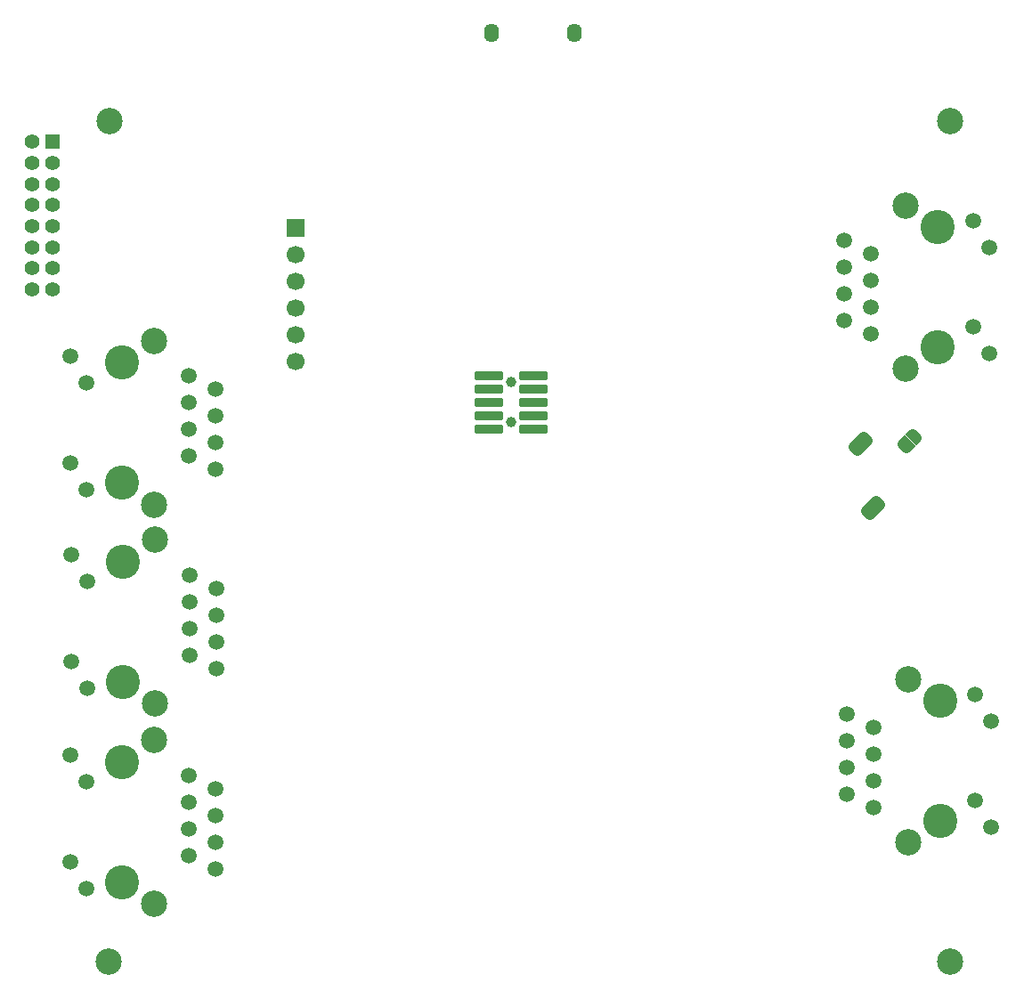
<source format=gbr>
%TF.GenerationSoftware,KiCad,Pcbnew,9.0.1*%
%TF.CreationDate,2025-05-30T17:07:54-07:00*%
%TF.ProjectId,peripheral_board,70657269-7068-4657-9261-6c5f626f6172,rev?*%
%TF.SameCoordinates,Original*%
%TF.FileFunction,Soldermask,Bot*%
%TF.FilePolarity,Negative*%
%FSLAX46Y46*%
G04 Gerber Fmt 4.6, Leading zero omitted, Abs format (unit mm)*
G04 Created by KiCad (PCBNEW 9.0.1) date 2025-05-30 17:07:54*
%MOMM*%
%LPD*%
G01*
G04 APERTURE LIST*
G04 Aperture macros list*
%AMRoundRect*
0 Rectangle with rounded corners*
0 $1 Rounding radius*
0 $2 $3 $4 $5 $6 $7 $8 $9 X,Y pos of 4 corners*
0 Add a 4 corners polygon primitive as box body*
4,1,4,$2,$3,$4,$5,$6,$7,$8,$9,$2,$3,0*
0 Add four circle primitives for the rounded corners*
1,1,$1+$1,$2,$3*
1,1,$1+$1,$4,$5*
1,1,$1+$1,$6,$7*
1,1,$1+$1,$8,$9*
0 Add four rect primitives between the rounded corners*
20,1,$1+$1,$2,$3,$4,$5,0*
20,1,$1+$1,$4,$5,$6,$7,0*
20,1,$1+$1,$6,$7,$8,$9,0*
20,1,$1+$1,$8,$9,$2,$3,0*%
%AMFreePoly0*
4,1,23,0.499999,-0.750000,0.000000,-0.750000,0.000000,-0.745722,-0.065263,-0.745722,-0.191342,-0.711940,-0.304381,-0.646677,-0.396677,-0.554382,-0.461940,-0.441342,-0.495722,-0.315263,-0.495722,-0.250000,-0.500000,-0.250000,-0.500000,0.250000,-0.495722,0.250000,-0.495722,0.315263,-0.461940,0.441342,-0.396677,0.554382,-0.304381,0.646677,-0.191342,0.711940,-0.065263,0.745722,0.000000,0.745722,
0.000000,0.750000,0.499999,0.750000,0.499999,-0.750000,0.499999,-0.750000,$1*%
%AMFreePoly1*
4,1,23,0.000000,0.745722,0.065263,0.745722,0.191342,0.711940,0.304381,0.646677,0.396677,0.554382,0.461940,0.441342,0.495722,0.315263,0.495722,0.250000,0.500000,0.250000,0.500000,-0.250000,0.495722,-0.250000,0.495722,-0.315263,0.461940,-0.441342,0.396677,-0.554382,0.304381,-0.646677,0.191342,-0.711940,0.065263,-0.745722,0.000000,-0.745722,0.000000,-0.750000,-0.499999,-0.750000,
-0.499999,0.750000,0.000000,0.750000,0.000000,0.745722,0.000000,0.745722,$1*%
G04 Aperture macros list end*
%ADD10C,0.000000*%
%ADD11C,3.250000*%
%ADD12C,1.520000*%
%ADD13C,2.500000*%
%ADD14O,1.400000X1.800000*%
%ADD15R,1.400000X1.400000*%
%ADD16C,1.400000*%
%ADD17R,1.700000X1.700000*%
%ADD18C,1.700000*%
%ADD19FreePoly0,225.000000*%
%ADD20FreePoly1,225.000000*%
%ADD21FreePoly0,45.000000*%
%ADD22FreePoly1,45.000000*%
%ADD23C,1.000000*%
%ADD24RoundRect,0.050800X1.300000X-0.380000X1.300000X0.380000X-1.300000X0.380000X-1.300000X-0.380000X0*%
G04 APERTURE END LIST*
D10*
%TO.C,JP3*%
G36*
X183481027Y-83190837D02*
G01*
X183268895Y-83402969D01*
X182208235Y-82342309D01*
X182420367Y-82130177D01*
X183481027Y-83190837D01*
G37*
%TO.C,JP2*%
G36*
X178831800Y-83420646D02*
G01*
X178619668Y-83632778D01*
X177559008Y-82572118D01*
X177771140Y-82359986D01*
X178831800Y-83420646D01*
G37*
%TO.C,JP4*%
G36*
X180016203Y-89519443D02*
G01*
X179804071Y-89731575D01*
X178743411Y-88670915D01*
X178955543Y-88458783D01*
X180016203Y-89519443D01*
G37*
%TD*%
D11*
%TO.C,RJ3*%
X108050000Y-94192500D03*
X108050000Y-105632500D03*
D12*
X114400000Y-95462500D03*
X116940000Y-96732500D03*
X114400000Y-98012500D03*
X116940000Y-99282500D03*
X114400000Y-100542500D03*
X116940000Y-101812500D03*
X114400000Y-103082500D03*
X116940000Y-104352500D03*
X104670000Y-96122500D03*
X103150000Y-93582500D03*
X104670000Y-106242500D03*
X103150000Y-103702500D03*
D13*
X111100000Y-92142500D03*
X111100000Y-107682500D03*
%TD*%
%TO.C,H3*%
X186760192Y-132278569D03*
%TD*%
%TO.C,H4*%
X106735192Y-132278569D03*
%TD*%
%TO.C,H2*%
X186735192Y-52278569D03*
%TD*%
D11*
%TO.C,RJ5*%
X185750000Y-118857500D03*
X185750000Y-107417500D03*
D12*
X179400000Y-117587500D03*
X176860000Y-116317500D03*
X179400000Y-115037499D03*
X176860000Y-113767500D03*
X179400000Y-112507500D03*
X176860000Y-111237500D03*
X179400000Y-109967500D03*
X176860000Y-108697500D03*
X189130000Y-116927500D03*
X190650000Y-119467500D03*
X189129999Y-106807500D03*
X190650000Y-109347500D03*
D13*
X182700000Y-120907500D03*
X182700000Y-105367500D03*
%TD*%
D14*
%TO.C,J3*%
X151025192Y-43903569D03*
X143125192Y-43903569D03*
%TD*%
D13*
%TO.C,H1*%
X106760192Y-52303569D03*
%TD*%
D11*
%TO.C,RJ1*%
X185560192Y-73836069D03*
X185560192Y-62396069D03*
D12*
X179210192Y-72566069D03*
X176670192Y-71296069D03*
X179210192Y-70016069D03*
X176670192Y-68746069D03*
X179210192Y-67486069D03*
X176670192Y-66216069D03*
X179210192Y-64946069D03*
X176670192Y-63676069D03*
X188940192Y-71906069D03*
X190460192Y-74446069D03*
X188940192Y-61786069D03*
X190460192Y-64326069D03*
D13*
X182510192Y-75886069D03*
X182510192Y-60346069D03*
%TD*%
D11*
%TO.C,RJ4*%
X108010000Y-113230000D03*
X108010000Y-124670000D03*
D12*
X114360000Y-114500000D03*
X116900000Y-115770000D03*
X114360000Y-117050001D03*
X116900000Y-118320000D03*
X114360000Y-119580000D03*
X116900000Y-120850000D03*
X114360000Y-122120000D03*
X116900000Y-123390000D03*
X104630000Y-115160000D03*
X103110000Y-112620000D03*
X104630001Y-125280000D03*
X103110000Y-122740000D03*
D13*
X111060000Y-111180000D03*
X111060000Y-126720000D03*
%TD*%
D15*
%TO.C,CN1*%
X101400000Y-54300000D03*
D16*
X99400000Y-54300000D03*
X101400000Y-56300000D03*
X99400000Y-56300000D03*
X101400000Y-58300000D03*
X99400000Y-58300000D03*
X101400000Y-60300000D03*
X99400000Y-60300000D03*
X101400000Y-62300000D03*
X99400000Y-62300000D03*
X101400000Y-64300000D03*
X99400000Y-64300000D03*
X101400000Y-66300000D03*
X99400000Y-66300000D03*
X101400000Y-68300000D03*
X99400000Y-68300000D03*
%TD*%
D11*
%TO.C,RJ2*%
X108010000Y-75280000D03*
X108010000Y-86720000D03*
D12*
X114360000Y-76550000D03*
X116900000Y-77820000D03*
X114360000Y-79100000D03*
X116900000Y-80370000D03*
X114360000Y-81630000D03*
X116900000Y-82900000D03*
X114360000Y-84170000D03*
X116900000Y-85440000D03*
X104630000Y-77210000D03*
X103110000Y-74670000D03*
X104630000Y-87330000D03*
X103110000Y-84790000D03*
D13*
X111060000Y-73230000D03*
X111060000Y-88770000D03*
%TD*%
D17*
%TO.C,J2*%
X124510192Y-62508569D03*
D18*
X124510192Y-65048569D03*
X124510192Y-67588569D03*
X124510192Y-70128569D03*
X124510192Y-72668569D03*
X124510192Y-75208569D03*
%TD*%
D19*
%TO.C,JP3*%
X183304250Y-82306954D03*
D20*
X182385012Y-83226192D03*
%TD*%
D19*
%TO.C,JP2*%
X178655023Y-82536763D03*
D20*
X177735785Y-83456001D03*
%TD*%
D21*
%TO.C,JP4*%
X178920188Y-89554798D03*
D22*
X179839426Y-88635560D03*
%TD*%
D23*
%TO.C,J4*%
X144985192Y-80933569D03*
X144985192Y-77123569D03*
D24*
X142835192Y-81568569D03*
X147135192Y-81568569D03*
X142835192Y-80298569D03*
X147135192Y-80298569D03*
X142835192Y-79028569D03*
X147135192Y-79028569D03*
X142835192Y-77758569D03*
X147135192Y-77758569D03*
X142835192Y-76488569D03*
X147135192Y-76488569D03*
%TD*%
M02*

</source>
